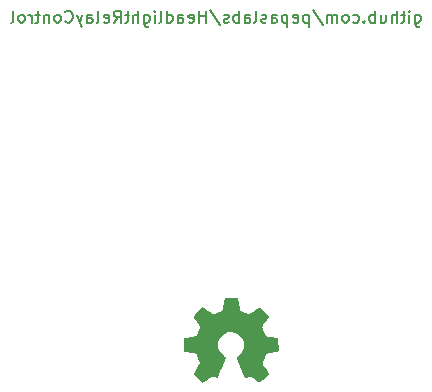
<source format=gbo>
G04 (created by PCBNEW (2013-07-07 BZR 4022)-stable) date 3/20/2015 7:52:39 PM*
%MOIN*%
G04 Gerber Fmt 3.4, Leading zero omitted, Abs format*
%FSLAX34Y34*%
G01*
G70*
G90*
G04 APERTURE LIST*
%ADD10C,0.00590551*%
%ADD11C,0.008*%
%ADD12C,0.0001*%
G04 APERTURE END LIST*
G54D10*
G54D11*
X48869Y-32645D02*
X48869Y-32969D01*
X48888Y-33007D01*
X48907Y-33026D01*
X48945Y-33045D01*
X49002Y-33045D01*
X49040Y-33026D01*
X48869Y-32892D02*
X48907Y-32911D01*
X48983Y-32911D01*
X49021Y-32892D01*
X49040Y-32873D01*
X49059Y-32835D01*
X49059Y-32721D01*
X49040Y-32683D01*
X49021Y-32664D01*
X48983Y-32645D01*
X48907Y-32645D01*
X48869Y-32664D01*
X48678Y-32911D02*
X48678Y-32645D01*
X48678Y-32511D02*
X48697Y-32530D01*
X48678Y-32550D01*
X48659Y-32530D01*
X48678Y-32511D01*
X48678Y-32550D01*
X48545Y-32645D02*
X48392Y-32645D01*
X48488Y-32511D02*
X48488Y-32854D01*
X48469Y-32892D01*
X48430Y-32911D01*
X48392Y-32911D01*
X48259Y-32911D02*
X48259Y-32511D01*
X48088Y-32911D02*
X48088Y-32702D01*
X48107Y-32664D01*
X48145Y-32645D01*
X48202Y-32645D01*
X48240Y-32664D01*
X48259Y-32683D01*
X47726Y-32645D02*
X47726Y-32911D01*
X47897Y-32645D02*
X47897Y-32854D01*
X47878Y-32892D01*
X47840Y-32911D01*
X47783Y-32911D01*
X47745Y-32892D01*
X47726Y-32873D01*
X47535Y-32911D02*
X47535Y-32511D01*
X47535Y-32664D02*
X47497Y-32645D01*
X47421Y-32645D01*
X47383Y-32664D01*
X47364Y-32683D01*
X47345Y-32721D01*
X47345Y-32835D01*
X47364Y-32873D01*
X47383Y-32892D01*
X47421Y-32911D01*
X47497Y-32911D01*
X47535Y-32892D01*
X47173Y-32873D02*
X47154Y-32892D01*
X47173Y-32911D01*
X47192Y-32892D01*
X47173Y-32873D01*
X47173Y-32911D01*
X46811Y-32892D02*
X46849Y-32911D01*
X46926Y-32911D01*
X46964Y-32892D01*
X46983Y-32873D01*
X47002Y-32835D01*
X47002Y-32721D01*
X46983Y-32683D01*
X46964Y-32664D01*
X46926Y-32645D01*
X46849Y-32645D01*
X46811Y-32664D01*
X46583Y-32911D02*
X46621Y-32892D01*
X46640Y-32873D01*
X46659Y-32835D01*
X46659Y-32721D01*
X46640Y-32683D01*
X46621Y-32664D01*
X46583Y-32645D01*
X46526Y-32645D01*
X46488Y-32664D01*
X46469Y-32683D01*
X46449Y-32721D01*
X46449Y-32835D01*
X46469Y-32873D01*
X46488Y-32892D01*
X46526Y-32911D01*
X46583Y-32911D01*
X46278Y-32911D02*
X46278Y-32645D01*
X46278Y-32683D02*
X46259Y-32664D01*
X46221Y-32645D01*
X46164Y-32645D01*
X46126Y-32664D01*
X46107Y-32702D01*
X46107Y-32911D01*
X46107Y-32702D02*
X46088Y-32664D01*
X46049Y-32645D01*
X45992Y-32645D01*
X45954Y-32664D01*
X45935Y-32702D01*
X45935Y-32911D01*
X45459Y-32492D02*
X45802Y-33007D01*
X45326Y-32645D02*
X45326Y-33045D01*
X45326Y-32664D02*
X45288Y-32645D01*
X45211Y-32645D01*
X45173Y-32664D01*
X45154Y-32683D01*
X45135Y-32721D01*
X45135Y-32835D01*
X45154Y-32873D01*
X45173Y-32892D01*
X45211Y-32911D01*
X45288Y-32911D01*
X45326Y-32892D01*
X44811Y-32892D02*
X44849Y-32911D01*
X44926Y-32911D01*
X44964Y-32892D01*
X44983Y-32854D01*
X44983Y-32702D01*
X44964Y-32664D01*
X44926Y-32645D01*
X44849Y-32645D01*
X44811Y-32664D01*
X44792Y-32702D01*
X44792Y-32740D01*
X44983Y-32778D01*
X44621Y-32645D02*
X44621Y-33045D01*
X44621Y-32664D02*
X44583Y-32645D01*
X44507Y-32645D01*
X44469Y-32664D01*
X44449Y-32683D01*
X44430Y-32721D01*
X44430Y-32835D01*
X44449Y-32873D01*
X44469Y-32892D01*
X44507Y-32911D01*
X44583Y-32911D01*
X44621Y-32892D01*
X44088Y-32911D02*
X44088Y-32702D01*
X44107Y-32664D01*
X44145Y-32645D01*
X44221Y-32645D01*
X44259Y-32664D01*
X44088Y-32892D02*
X44126Y-32911D01*
X44221Y-32911D01*
X44259Y-32892D01*
X44278Y-32854D01*
X44278Y-32816D01*
X44259Y-32778D01*
X44221Y-32759D01*
X44126Y-32759D01*
X44088Y-32740D01*
X43916Y-32892D02*
X43878Y-32911D01*
X43802Y-32911D01*
X43764Y-32892D01*
X43745Y-32854D01*
X43745Y-32835D01*
X43764Y-32797D01*
X43802Y-32778D01*
X43859Y-32778D01*
X43897Y-32759D01*
X43916Y-32721D01*
X43916Y-32702D01*
X43897Y-32664D01*
X43859Y-32645D01*
X43802Y-32645D01*
X43764Y-32664D01*
X43516Y-32911D02*
X43554Y-32892D01*
X43573Y-32854D01*
X43573Y-32511D01*
X43192Y-32911D02*
X43192Y-32702D01*
X43211Y-32664D01*
X43249Y-32645D01*
X43326Y-32645D01*
X43364Y-32664D01*
X43192Y-32892D02*
X43230Y-32911D01*
X43326Y-32911D01*
X43364Y-32892D01*
X43383Y-32854D01*
X43383Y-32816D01*
X43364Y-32778D01*
X43326Y-32759D01*
X43230Y-32759D01*
X43192Y-32740D01*
X43002Y-32911D02*
X43002Y-32511D01*
X43002Y-32664D02*
X42964Y-32645D01*
X42888Y-32645D01*
X42849Y-32664D01*
X42830Y-32683D01*
X42811Y-32721D01*
X42811Y-32835D01*
X42830Y-32873D01*
X42849Y-32892D01*
X42888Y-32911D01*
X42964Y-32911D01*
X43002Y-32892D01*
X42659Y-32892D02*
X42621Y-32911D01*
X42545Y-32911D01*
X42507Y-32892D01*
X42488Y-32854D01*
X42488Y-32835D01*
X42507Y-32797D01*
X42545Y-32778D01*
X42602Y-32778D01*
X42640Y-32759D01*
X42659Y-32721D01*
X42659Y-32702D01*
X42640Y-32664D01*
X42602Y-32645D01*
X42545Y-32645D01*
X42507Y-32664D01*
X42030Y-32492D02*
X42373Y-33007D01*
X41897Y-32911D02*
X41897Y-32511D01*
X41897Y-32702D02*
X41669Y-32702D01*
X41669Y-32911D02*
X41669Y-32511D01*
X41326Y-32892D02*
X41364Y-32911D01*
X41440Y-32911D01*
X41478Y-32892D01*
X41497Y-32854D01*
X41497Y-32702D01*
X41478Y-32664D01*
X41440Y-32645D01*
X41364Y-32645D01*
X41326Y-32664D01*
X41307Y-32702D01*
X41307Y-32740D01*
X41497Y-32778D01*
X40964Y-32911D02*
X40964Y-32702D01*
X40983Y-32664D01*
X41021Y-32645D01*
X41097Y-32645D01*
X41135Y-32664D01*
X40964Y-32892D02*
X41002Y-32911D01*
X41097Y-32911D01*
X41135Y-32892D01*
X41154Y-32854D01*
X41154Y-32816D01*
X41135Y-32778D01*
X41097Y-32759D01*
X41002Y-32759D01*
X40964Y-32740D01*
X40602Y-32911D02*
X40602Y-32511D01*
X40602Y-32892D02*
X40640Y-32911D01*
X40716Y-32911D01*
X40754Y-32892D01*
X40773Y-32873D01*
X40792Y-32835D01*
X40792Y-32721D01*
X40773Y-32683D01*
X40754Y-32664D01*
X40716Y-32645D01*
X40640Y-32645D01*
X40602Y-32664D01*
X40354Y-32911D02*
X40392Y-32892D01*
X40411Y-32854D01*
X40411Y-32511D01*
X40202Y-32911D02*
X40202Y-32645D01*
X40202Y-32511D02*
X40221Y-32530D01*
X40202Y-32550D01*
X40183Y-32530D01*
X40202Y-32511D01*
X40202Y-32550D01*
X39840Y-32645D02*
X39840Y-32969D01*
X39859Y-33007D01*
X39878Y-33026D01*
X39916Y-33045D01*
X39973Y-33045D01*
X40011Y-33026D01*
X39840Y-32892D02*
X39878Y-32911D01*
X39954Y-32911D01*
X39992Y-32892D01*
X40011Y-32873D01*
X40030Y-32835D01*
X40030Y-32721D01*
X40011Y-32683D01*
X39992Y-32664D01*
X39954Y-32645D01*
X39878Y-32645D01*
X39840Y-32664D01*
X39649Y-32911D02*
X39649Y-32511D01*
X39478Y-32911D02*
X39478Y-32702D01*
X39497Y-32664D01*
X39535Y-32645D01*
X39592Y-32645D01*
X39630Y-32664D01*
X39649Y-32683D01*
X39345Y-32645D02*
X39192Y-32645D01*
X39288Y-32511D02*
X39288Y-32854D01*
X39269Y-32892D01*
X39230Y-32911D01*
X39192Y-32911D01*
X38830Y-32911D02*
X38964Y-32721D01*
X39059Y-32911D02*
X39059Y-32511D01*
X38907Y-32511D01*
X38869Y-32530D01*
X38850Y-32550D01*
X38830Y-32588D01*
X38830Y-32645D01*
X38850Y-32683D01*
X38869Y-32702D01*
X38907Y-32721D01*
X39059Y-32721D01*
X38507Y-32892D02*
X38545Y-32911D01*
X38621Y-32911D01*
X38659Y-32892D01*
X38678Y-32854D01*
X38678Y-32702D01*
X38659Y-32664D01*
X38621Y-32645D01*
X38545Y-32645D01*
X38507Y-32664D01*
X38488Y-32702D01*
X38488Y-32740D01*
X38678Y-32778D01*
X38259Y-32911D02*
X38297Y-32892D01*
X38316Y-32854D01*
X38316Y-32511D01*
X37935Y-32911D02*
X37935Y-32702D01*
X37954Y-32664D01*
X37992Y-32645D01*
X38069Y-32645D01*
X38107Y-32664D01*
X37935Y-32892D02*
X37973Y-32911D01*
X38069Y-32911D01*
X38107Y-32892D01*
X38126Y-32854D01*
X38126Y-32816D01*
X38107Y-32778D01*
X38069Y-32759D01*
X37973Y-32759D01*
X37935Y-32740D01*
X37783Y-32645D02*
X37688Y-32911D01*
X37592Y-32645D02*
X37688Y-32911D01*
X37726Y-33007D01*
X37745Y-33026D01*
X37783Y-33045D01*
X37211Y-32873D02*
X37230Y-32892D01*
X37288Y-32911D01*
X37326Y-32911D01*
X37383Y-32892D01*
X37421Y-32854D01*
X37440Y-32816D01*
X37459Y-32740D01*
X37459Y-32683D01*
X37440Y-32607D01*
X37421Y-32569D01*
X37383Y-32530D01*
X37326Y-32511D01*
X37288Y-32511D01*
X37230Y-32530D01*
X37211Y-32550D01*
X36983Y-32911D02*
X37021Y-32892D01*
X37040Y-32873D01*
X37059Y-32835D01*
X37059Y-32721D01*
X37040Y-32683D01*
X37021Y-32664D01*
X36983Y-32645D01*
X36926Y-32645D01*
X36888Y-32664D01*
X36869Y-32683D01*
X36850Y-32721D01*
X36850Y-32835D01*
X36869Y-32873D01*
X36888Y-32892D01*
X36926Y-32911D01*
X36983Y-32911D01*
X36678Y-32645D02*
X36678Y-32911D01*
X36678Y-32683D02*
X36659Y-32664D01*
X36621Y-32645D01*
X36564Y-32645D01*
X36526Y-32664D01*
X36507Y-32702D01*
X36507Y-32911D01*
X36373Y-32645D02*
X36221Y-32645D01*
X36316Y-32511D02*
X36316Y-32854D01*
X36297Y-32892D01*
X36259Y-32911D01*
X36221Y-32911D01*
X36088Y-32911D02*
X36088Y-32645D01*
X36088Y-32721D02*
X36069Y-32683D01*
X36050Y-32664D01*
X36011Y-32645D01*
X35973Y-32645D01*
X35783Y-32911D02*
X35821Y-32892D01*
X35840Y-32873D01*
X35859Y-32835D01*
X35859Y-32721D01*
X35840Y-32683D01*
X35821Y-32664D01*
X35783Y-32645D01*
X35726Y-32645D01*
X35688Y-32664D01*
X35669Y-32683D01*
X35650Y-32721D01*
X35650Y-32835D01*
X35669Y-32873D01*
X35688Y-32892D01*
X35726Y-32911D01*
X35783Y-32911D01*
X35421Y-32911D02*
X35459Y-32892D01*
X35478Y-32854D01*
X35478Y-32511D01*
G54D12*
G36*
X43704Y-44914D02*
X43688Y-44906D01*
X43651Y-44883D01*
X43598Y-44848D01*
X43536Y-44807D01*
X43474Y-44764D01*
X43423Y-44730D01*
X43387Y-44707D01*
X43372Y-44699D01*
X43364Y-44701D01*
X43334Y-44716D01*
X43291Y-44738D01*
X43266Y-44751D01*
X43227Y-44768D01*
X43207Y-44772D01*
X43204Y-44766D01*
X43189Y-44736D01*
X43167Y-44684D01*
X43137Y-44616D01*
X43103Y-44536D01*
X43066Y-44450D01*
X43030Y-44362D01*
X42995Y-44278D01*
X42964Y-44203D01*
X42939Y-44142D01*
X42923Y-44099D01*
X42917Y-44081D01*
X42919Y-44077D01*
X42939Y-44058D01*
X42973Y-44032D01*
X43048Y-43971D01*
X43121Y-43879D01*
X43166Y-43775D01*
X43181Y-43659D01*
X43168Y-43552D01*
X43126Y-43449D01*
X43054Y-43356D01*
X42967Y-43287D01*
X42865Y-43243D01*
X42750Y-43229D01*
X42640Y-43241D01*
X42535Y-43283D01*
X42442Y-43354D01*
X42403Y-43399D01*
X42349Y-43493D01*
X42318Y-43594D01*
X42315Y-43619D01*
X42319Y-43730D01*
X42352Y-43836D01*
X42410Y-43931D01*
X42491Y-44008D01*
X42502Y-44016D01*
X42539Y-44044D01*
X42564Y-44063D01*
X42584Y-44079D01*
X42443Y-44418D01*
X42421Y-44472D01*
X42382Y-44565D01*
X42348Y-44645D01*
X42321Y-44708D01*
X42302Y-44751D01*
X42294Y-44768D01*
X42293Y-44769D01*
X42281Y-44771D01*
X42255Y-44761D01*
X42208Y-44738D01*
X42176Y-44722D01*
X42140Y-44705D01*
X42124Y-44699D01*
X42110Y-44706D01*
X42076Y-44729D01*
X42025Y-44762D01*
X41965Y-44803D01*
X41907Y-44843D01*
X41854Y-44878D01*
X41815Y-44902D01*
X41796Y-44913D01*
X41793Y-44913D01*
X41777Y-44903D01*
X41746Y-44878D01*
X41700Y-44834D01*
X41635Y-44770D01*
X41625Y-44760D01*
X41571Y-44705D01*
X41527Y-44659D01*
X41498Y-44627D01*
X41488Y-44612D01*
X41488Y-44612D01*
X41497Y-44593D01*
X41522Y-44555D01*
X41557Y-44501D01*
X41600Y-44438D01*
X41712Y-44275D01*
X41650Y-44121D01*
X41631Y-44074D01*
X41607Y-44017D01*
X41590Y-43976D01*
X41580Y-43958D01*
X41564Y-43952D01*
X41521Y-43942D01*
X41460Y-43929D01*
X41388Y-43916D01*
X41318Y-43903D01*
X41255Y-43891D01*
X41210Y-43882D01*
X41190Y-43878D01*
X41185Y-43875D01*
X41181Y-43865D01*
X41178Y-43844D01*
X41177Y-43806D01*
X41176Y-43746D01*
X41176Y-43659D01*
X41176Y-43650D01*
X41177Y-43567D01*
X41178Y-43501D01*
X41180Y-43458D01*
X41183Y-43441D01*
X41183Y-43441D01*
X41203Y-43436D01*
X41247Y-43427D01*
X41310Y-43414D01*
X41385Y-43400D01*
X41389Y-43399D01*
X41464Y-43385D01*
X41526Y-43372D01*
X41570Y-43362D01*
X41588Y-43356D01*
X41592Y-43351D01*
X41607Y-43322D01*
X41629Y-43276D01*
X41653Y-43219D01*
X41678Y-43161D01*
X41699Y-43108D01*
X41713Y-43069D01*
X41717Y-43051D01*
X41717Y-43051D01*
X41706Y-43033D01*
X41680Y-42994D01*
X41644Y-42941D01*
X41600Y-42877D01*
X41597Y-42872D01*
X41554Y-42809D01*
X41519Y-42756D01*
X41496Y-42718D01*
X41488Y-42701D01*
X41488Y-42700D01*
X41502Y-42681D01*
X41534Y-42646D01*
X41580Y-42598D01*
X41635Y-42542D01*
X41653Y-42525D01*
X41714Y-42465D01*
X41756Y-42426D01*
X41783Y-42405D01*
X41796Y-42400D01*
X41796Y-42401D01*
X41815Y-42412D01*
X41855Y-42438D01*
X41909Y-42475D01*
X41973Y-42518D01*
X41977Y-42521D01*
X42040Y-42564D01*
X42092Y-42599D01*
X42130Y-42624D01*
X42146Y-42634D01*
X42149Y-42634D01*
X42174Y-42626D01*
X42219Y-42611D01*
X42274Y-42589D01*
X42332Y-42566D01*
X42385Y-42544D01*
X42425Y-42525D01*
X42444Y-42515D01*
X42444Y-42514D01*
X42451Y-42491D01*
X42462Y-42444D01*
X42475Y-42379D01*
X42490Y-42302D01*
X42492Y-42290D01*
X42506Y-42215D01*
X42518Y-42153D01*
X42527Y-42110D01*
X42532Y-42092D01*
X42542Y-42090D01*
X42579Y-42087D01*
X42635Y-42086D01*
X42703Y-42085D01*
X42774Y-42086D01*
X42843Y-42087D01*
X42903Y-42089D01*
X42945Y-42092D01*
X42963Y-42096D01*
X42964Y-42097D01*
X42970Y-42120D01*
X42980Y-42167D01*
X42994Y-42232D01*
X43009Y-42310D01*
X43011Y-42323D01*
X43025Y-42398D01*
X43038Y-42459D01*
X43047Y-42502D01*
X43052Y-42518D01*
X43058Y-42522D01*
X43089Y-42535D01*
X43139Y-42556D01*
X43202Y-42581D01*
X43346Y-42640D01*
X43522Y-42518D01*
X43539Y-42507D01*
X43602Y-42464D01*
X43655Y-42429D01*
X43691Y-42406D01*
X43706Y-42397D01*
X43707Y-42398D01*
X43725Y-42413D01*
X43760Y-42446D01*
X43808Y-42493D01*
X43863Y-42548D01*
X43904Y-42589D01*
X43953Y-42639D01*
X43984Y-42672D01*
X44001Y-42694D01*
X44007Y-42707D01*
X44005Y-42715D01*
X43994Y-42733D01*
X43968Y-42772D01*
X43932Y-42826D01*
X43889Y-42888D01*
X43853Y-42941D01*
X43815Y-43000D01*
X43790Y-43042D01*
X43781Y-43063D01*
X43783Y-43072D01*
X43796Y-43106D01*
X43817Y-43159D01*
X43843Y-43221D01*
X43905Y-43361D01*
X43997Y-43378D01*
X44052Y-43389D01*
X44130Y-43404D01*
X44204Y-43418D01*
X44320Y-43441D01*
X44324Y-43867D01*
X44306Y-43875D01*
X44289Y-43880D01*
X44246Y-43889D01*
X44185Y-43901D01*
X44112Y-43915D01*
X44051Y-43927D01*
X43988Y-43938D01*
X43944Y-43947D01*
X43924Y-43951D01*
X43919Y-43958D01*
X43903Y-43988D01*
X43881Y-44036D01*
X43857Y-44094D01*
X43832Y-44153D01*
X43810Y-44208D01*
X43794Y-44250D01*
X43789Y-44272D01*
X43797Y-44289D01*
X43821Y-44325D01*
X43855Y-44377D01*
X43897Y-44439D01*
X43940Y-44501D01*
X43975Y-44554D01*
X44000Y-44592D01*
X44010Y-44609D01*
X44005Y-44621D01*
X43981Y-44651D01*
X43934Y-44699D01*
X43865Y-44768D01*
X43853Y-44779D01*
X43798Y-44832D01*
X43751Y-44875D01*
X43719Y-44904D01*
X43704Y-44914D01*
X43704Y-44914D01*
G37*
M02*

</source>
